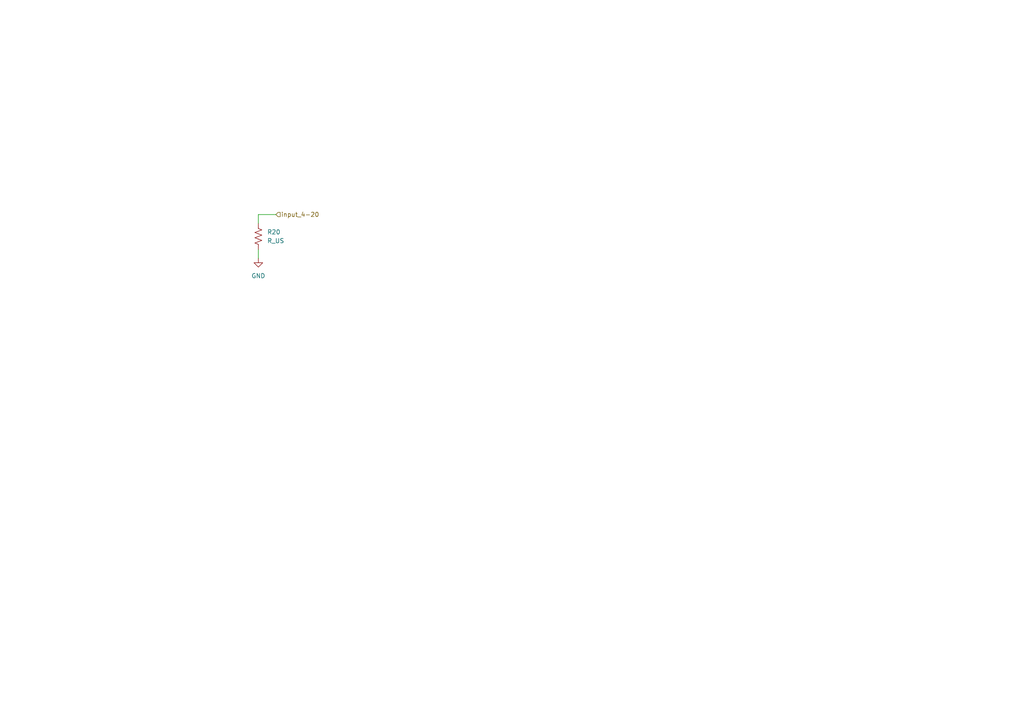
<source format=kicad_sch>
(kicad_sch
	(version 20231120)
	(generator "eeschema")
	(generator_version "8.0")
	(uuid "629403a6-62a0-43a5-aad1-7d69287fdc36")
	(paper "A4")
	(lib_symbols
		(symbol "Device:R_US"
			(pin_numbers hide)
			(pin_names
				(offset 0)
			)
			(exclude_from_sim no)
			(in_bom yes)
			(on_board yes)
			(property "Reference" "R"
				(at 2.54 0 90)
				(effects
					(font
						(size 1.27 1.27)
					)
				)
			)
			(property "Value" "R_US"
				(at -2.54 0 90)
				(effects
					(font
						(size 1.27 1.27)
					)
				)
			)
			(property "Footprint" ""
				(at 1.016 -0.254 90)
				(effects
					(font
						(size 1.27 1.27)
					)
					(hide yes)
				)
			)
			(property "Datasheet" "~"
				(at 0 0 0)
				(effects
					(font
						(size 1.27 1.27)
					)
					(hide yes)
				)
			)
			(property "Description" "Resistor, US symbol"
				(at 0 0 0)
				(effects
					(font
						(size 1.27 1.27)
					)
					(hide yes)
				)
			)
			(property "ki_keywords" "R res resistor"
				(at 0 0 0)
				(effects
					(font
						(size 1.27 1.27)
					)
					(hide yes)
				)
			)
			(property "ki_fp_filters" "R_*"
				(at 0 0 0)
				(effects
					(font
						(size 1.27 1.27)
					)
					(hide yes)
				)
			)
			(symbol "R_US_0_1"
				(polyline
					(pts
						(xy 0 -2.286) (xy 0 -2.54)
					)
					(stroke
						(width 0)
						(type default)
					)
					(fill
						(type none)
					)
				)
				(polyline
					(pts
						(xy 0 2.286) (xy 0 2.54)
					)
					(stroke
						(width 0)
						(type default)
					)
					(fill
						(type none)
					)
				)
				(polyline
					(pts
						(xy 0 -0.762) (xy 1.016 -1.143) (xy 0 -1.524) (xy -1.016 -1.905) (xy 0 -2.286)
					)
					(stroke
						(width 0)
						(type default)
					)
					(fill
						(type none)
					)
				)
				(polyline
					(pts
						(xy 0 0.762) (xy 1.016 0.381) (xy 0 0) (xy -1.016 -0.381) (xy 0 -0.762)
					)
					(stroke
						(width 0)
						(type default)
					)
					(fill
						(type none)
					)
				)
				(polyline
					(pts
						(xy 0 2.286) (xy 1.016 1.905) (xy 0 1.524) (xy -1.016 1.143) (xy 0 0.762)
					)
					(stroke
						(width 0)
						(type default)
					)
					(fill
						(type none)
					)
				)
			)
			(symbol "R_US_1_1"
				(pin passive line
					(at 0 3.81 270)
					(length 1.27)
					(name "~"
						(effects
							(font
								(size 1.27 1.27)
							)
						)
					)
					(number "1"
						(effects
							(font
								(size 1.27 1.27)
							)
						)
					)
				)
				(pin passive line
					(at 0 -3.81 90)
					(length 1.27)
					(name "~"
						(effects
							(font
								(size 1.27 1.27)
							)
						)
					)
					(number "2"
						(effects
							(font
								(size 1.27 1.27)
							)
						)
					)
				)
			)
		)
		(symbol "power:GND"
			(power)
			(pin_numbers hide)
			(pin_names
				(offset 0) hide)
			(exclude_from_sim no)
			(in_bom yes)
			(on_board yes)
			(property "Reference" "#PWR"
				(at 0 -6.35 0)
				(effects
					(font
						(size 1.27 1.27)
					)
					(hide yes)
				)
			)
			(property "Value" "GND"
				(at 0 -3.81 0)
				(effects
					(font
						(size 1.27 1.27)
					)
				)
			)
			(property "Footprint" ""
				(at 0 0 0)
				(effects
					(font
						(size 1.27 1.27)
					)
					(hide yes)
				)
			)
			(property "Datasheet" ""
				(at 0 0 0)
				(effects
					(font
						(size 1.27 1.27)
					)
					(hide yes)
				)
			)
			(property "Description" "Power symbol creates a global label with name \"GND\" , ground"
				(at 0 0 0)
				(effects
					(font
						(size 1.27 1.27)
					)
					(hide yes)
				)
			)
			(property "ki_keywords" "global power"
				(at 0 0 0)
				(effects
					(font
						(size 1.27 1.27)
					)
					(hide yes)
				)
			)
			(symbol "GND_0_1"
				(polyline
					(pts
						(xy 0 0) (xy 0 -1.27) (xy 1.27 -1.27) (xy 0 -2.54) (xy -1.27 -1.27) (xy 0 -1.27)
					)
					(stroke
						(width 0)
						(type default)
					)
					(fill
						(type none)
					)
				)
			)
			(symbol "GND_1_1"
				(pin power_in line
					(at 0 0 270)
					(length 0)
					(name "~"
						(effects
							(font
								(size 1.27 1.27)
							)
						)
					)
					(number "1"
						(effects
							(font
								(size 1.27 1.27)
							)
						)
					)
				)
			)
		)
	)
	(wire
		(pts
			(xy 80.01 62.23) (xy 74.93 62.23)
		)
		(stroke
			(width 0)
			(type default)
		)
		(uuid "73e1ac0e-3ae8-42e0-b7f6-9012428be80d")
	)
	(wire
		(pts
			(xy 74.93 62.23) (xy 74.93 64.77)
		)
		(stroke
			(width 0)
			(type default)
		)
		(uuid "85ed2bea-c886-42e2-ac62-d80ca8140c63")
	)
	(wire
		(pts
			(xy 74.93 72.39) (xy 74.93 74.93)
		)
		(stroke
			(width 0)
			(type default)
		)
		(uuid "e686c97e-3c40-408d-9a03-f2ed3de1b6a4")
	)
	(hierarchical_label "input_4-20"
		(shape input)
		(at 80.01 62.23 0)
		(fields_autoplaced yes)
		(effects
			(font
				(size 1.27 1.27)
			)
			(justify left)
		)
		(uuid "f5dd15cf-7416-4388-b18d-ce2acd21dd25")
	)
	(symbol
		(lib_id "power:GND")
		(at 74.93 74.93 0)
		(unit 1)
		(exclude_from_sim no)
		(in_bom yes)
		(on_board yes)
		(dnp no)
		(fields_autoplaced yes)
		(uuid "47ee3ddd-7797-428c-a496-ab72566fca2c")
		(property "Reference" "#PWR042"
			(at 74.93 81.28 0)
			(effects
				(font
					(size 1.27 1.27)
				)
				(hide yes)
			)
		)
		(property "Value" "GND"
			(at 74.93 80.01 0)
			(effects
				(font
					(size 1.27 1.27)
				)
			)
		)
		(property "Footprint" ""
			(at 74.93 74.93 0)
			(effects
				(font
					(size 1.27 1.27)
				)
				(hide yes)
			)
		)
		(property "Datasheet" ""
			(at 74.93 74.93 0)
			(effects
				(font
					(size 1.27 1.27)
				)
				(hide yes)
			)
		)
		(property "Description" "Power symbol creates a global label with name \"GND\" , ground"
			(at 74.93 74.93 0)
			(effects
				(font
					(size 1.27 1.27)
				)
				(hide yes)
			)
		)
		(pin "1"
			(uuid "5a525e7e-a201-4fce-a3a5-3b3e95f8b0ea")
		)
		(instances
			(project "ZorionX-Nivara"
				(path "/ae5c9891-8291-492e-8a61-8ac340267b67/d47eca49-96e4-4138-8979-47bb60019f67/8ab61b39-1f58-4da1-b5b2-1eed8c60a553"
					(reference "#PWR042")
					(unit 1)
				)
			)
		)
	)
	(symbol
		(lib_id "Device:R_US")
		(at 74.93 68.58 0)
		(unit 1)
		(exclude_from_sim no)
		(in_bom yes)
		(on_board yes)
		(dnp no)
		(fields_autoplaced yes)
		(uuid "7999bfeb-bf26-4d8a-958e-7de8208177e8")
		(property "Reference" "R20"
			(at 77.47 67.3099 0)
			(effects
				(font
					(size 1.27 1.27)
				)
				(justify left)
			)
		)
		(property "Value" "R_US"
			(at 77.47 69.8499 0)
			(effects
				(font
					(size 1.27 1.27)
				)
				(justify left)
			)
		)
		(property "Footprint" "Resistor_SMD:R_0603_1608Metric"
			(at 75.946 68.834 90)
			(effects
				(font
					(size 1.27 1.27)
				)
				(hide yes)
			)
		)
		(property "Datasheet" "~"
			(at 74.93 68.58 0)
			(effects
				(font
					(size 1.27 1.27)
				)
				(hide yes)
			)
		)
		(property "Description" "Resistor, US symbol"
			(at 74.93 68.58 0)
			(effects
				(font
					(size 1.27 1.27)
				)
				(hide yes)
			)
		)
		(pin "1"
			(uuid "9008269e-d710-462b-be24-b751dd3a2691")
		)
		(pin "2"
			(uuid "1618cb8d-13d3-42fe-a638-ee21411466b5")
		)
		(instances
			(project "ZorionX-Nivara"
				(path "/ae5c9891-8291-492e-8a61-8ac340267b67/d47eca49-96e4-4138-8979-47bb60019f67/8ab61b39-1f58-4da1-b5b2-1eed8c60a553"
					(reference "R20")
					(unit 1)
				)
			)
		)
	)
)
</source>
